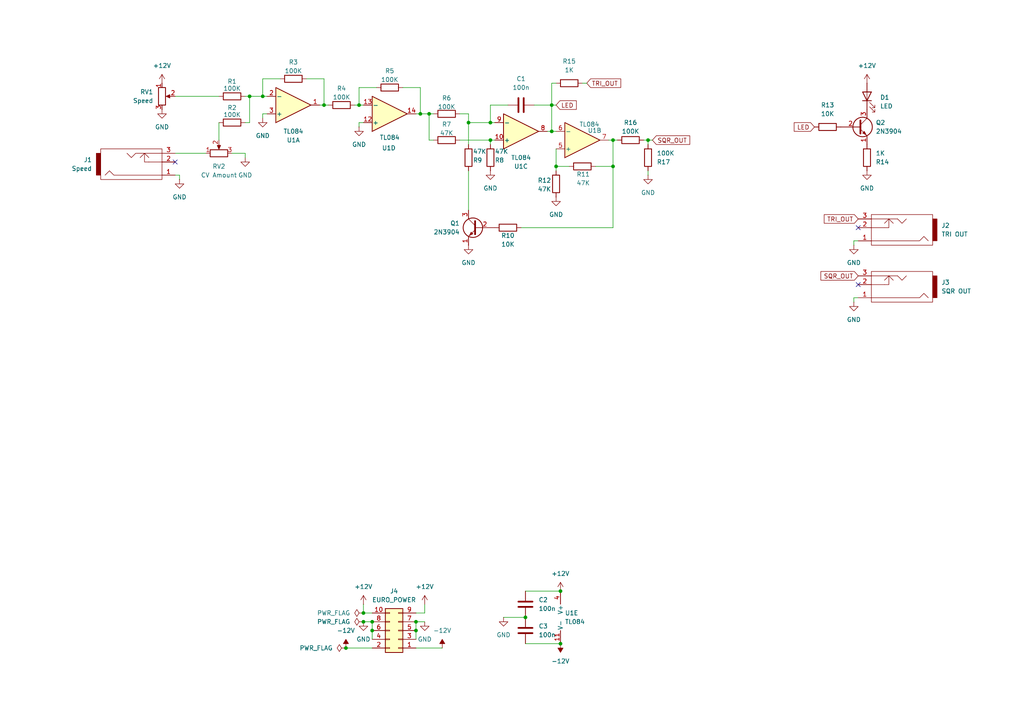
<source format=kicad_sch>
(kicad_sch (version 20231120) (generator "eeschema") (generator_version "8.0")
  (paper "A4")
  (lib_symbols
    (symbol "Amplifier_Operational:TL084" (pin_names (offset 0.127))
      (property "Reference" "U" (at 0 5.08 0))
      (property "Value" "TL084" (at 0 -5.08 0))
      (symbol "TL084_1_1"
        (polyline (pts (xy -5.08 5.08) (xy 5.08 0) (xy -5.08 -5.08) (xy -5.08 5.08)) (stroke (width 0.254)) (fill (type background)))
        (pin output line (at 7.62 0 180) (length 2.54) (name "~") (number "1"))
        (pin input line (at -7.62 -2.54 0) (length 2.54) (name "-") (number "2"))
        (pin input line (at -7.62 2.54 0) (length 2.54) (name "+") (number "3"))
      )
      (symbol "TL084_2_1"
        (polyline (pts (xy -5.08 5.08) (xy 5.08 0) (xy -5.08 -5.08) (xy -5.08 5.08)) (stroke (width 0.254)) (fill (type background)))
        (pin input line (at -7.62 2.54 0) (length 2.54) (name "+") (number "5"))
        (pin input line (at -7.62 -2.54 0) (length 2.54) (name "-") (number "6"))
        (pin output line (at 7.62 0 180) (length 2.54) (name "~") (number "7"))
      )
      (symbol "TL084_3_1"
        (polyline (pts (xy -5.08 5.08) (xy 5.08 0) (xy -5.08 -5.08) (xy -5.08 5.08)) (stroke (width 0.254)) (fill (type background)))
        (pin input line (at -7.62 2.54 0) (length 2.54) (name "+") (number "10"))
        (pin output line (at 7.62 0 180) (length 2.54) (name "~") (number "8"))
        (pin input line (at -7.62 -2.54 0) (length 2.54) (name "-") (number "9"))
      )
      (symbol "TL084_4_1"
        (polyline (pts (xy -5.08 5.08) (xy 5.08 0) (xy -5.08 -5.08) (xy -5.08 5.08)) (stroke (width 0.254)) (fill (type background)))
        (pin input line (at -7.62 2.54 0) (length 2.54) (name "+") (number "12"))
        (pin input line (at -7.62 -2.54 0) (length 2.54) (name "-") (number "13"))
        (pin output line (at 7.62 0 180) (length 2.54) (name "~") (number "14"))
      )
      (symbol "TL084_5_1"
        (pin power_in line (at -2.54 -7.62 90) (length 3.81) (name "V-") (number "11"))
        (pin power_in line (at -2.54 7.62 270) (length 3.81) (name "V+") (number "4"))
      )
    )
    (symbol "Connector_Generic:Conn_02x05_Odd_Even" (pin_names (offset 1.016) hide)
      (property "Reference" "J" (at 1.27 7.62 0))
      (property "Value" "Conn_02x05_Odd_Even" (at 1.27 -7.62 0))
      (symbol "Conn_02x05_Odd_Even_1_1"
        (rectangle (start -1.27 -4.953) (end 0 -5.207) (stroke (width 0.1524)))
        (rectangle (start -1.27 -2.413) (end 0 -2.667) (stroke (width 0.1524)))
        (rectangle (start -1.27 0.127) (end 0 -0.127) (stroke (width 0.1524)))
        (rectangle (start -1.27 2.667) (end 0 2.413) (stroke (width 0.1524)))
        (rectangle (start -1.27 5.207) (end 0 4.953) (stroke (width 0.1524)))
        (rectangle (start -1.27 6.35) (end 3.81 -6.35) (stroke (width 0.254)) (fill (type background)))
        (rectangle (start 3.81 -4.953) (end 2.54 -5.207) (stroke (width 0.1524)))
        (rectangle (start 3.81 -2.413) (end 2.54 -2.667) (stroke (width 0.1524)))
        (rectangle (start 3.81 0.127) (end 2.54 -0.127) (stroke (width 0.1524)))
        (rectangle (start 3.81 2.667) (end 2.54 2.413) (stroke (width 0.1524)))
        (rectangle (start 3.81 5.207) (end 2.54 4.953) (stroke (width 0.1524)))
        (pin passive line (at -5.08 5.08 0) (length 3.81) (name "Pin_1") (number "1"))
        (pin passive line (at 7.62 -5.08 180) (length 3.81) (name "Pin_10") (number "10"))
        (pin passive line (at 7.62 5.08 180) (length 3.81) (name "Pin_2") (number "2"))
        (pin passive line (at -5.08 2.54 0) (length 3.81) (name "Pin_3") (number "3"))
        (pin passive line (at 7.62 2.54 180) (length 3.81) (name "Pin_4") (number "4"))
        (pin passive line (at -5.08 0 0) (length 3.81) (name "Pin_5") (number "5"))
        (pin passive line (at 7.62 0 180) (length 3.81) (name "Pin_6") (number "6"))
        (pin passive line (at -5.08 -2.54 0) (length 3.81) (name "Pin_7") (number "7"))
        (pin passive line (at 7.62 -2.54 180) (length 3.81) (name "Pin_8") (number "8"))
        (pin passive line (at -5.08 -5.08 0) (length 3.81) (name "Pin_9") (number "9"))
      )
    )
    (symbol "Device:C" (pin_numbers hide) (pin_names (offset 0.254))
      (property "Reference" "C" (at 0.635 2.54 0))
      (property "Value" "C" (at 0.635 -2.54 0))
      (symbol "C_0_1"
        (polyline (pts (xy -2.032 -0.762) (xy 2.032 -0.762)) (stroke (width 0.508)))
        (polyline (pts (xy -2.032 0.762) (xy 2.032 0.762)) (stroke (width 0.508)))
      )
      (symbol "C_1_1"
        (pin passive line (at 0 3.81 270) (length 2.794) (name "~") (number "1"))
        (pin passive line (at 0 -3.81 90) (length 2.794) (name "~") (number "2"))
      )
    )
    (symbol "Device:LED" (pin_numbers hide) (pin_names (offset 1.016) hide)
      (property "Reference" "D" (at 0 2.54 0))
      (property "Value" "LED" (at 0 -2.54 0))
      (symbol "LED_0_1"
        (polyline (pts (xy -1.27 -1.27) (xy -1.27 1.27)) (stroke (width 0.254)))
        (polyline (pts (xy -1.27 0) (xy 1.27 0)))
        (polyline (pts (xy 1.27 -1.27) (xy 1.27 1.27) (xy -1.27 0) (xy 1.27 -1.27)) (stroke (width 0.254)))
        (polyline (pts (xy -3.048 -0.762) (xy -4.572 -2.286) (xy -3.81 -2.286) (xy -4.572 -2.286) (xy -4.572 -1.524)))
        (polyline (pts (xy -1.778 -0.762) (xy -3.302 -2.286) (xy -2.54 -2.286) (xy -3.302 -2.286) (xy -3.302 -1.524)))
      )
      (symbol "LED_1_1"
        (pin passive line (at -3.81 0 0) (length 2.54) (name "K") (number "1"))
        (pin passive line (at 3.81 0 180) (length 2.54) (name "A") (number "2"))
      )
    )
    (symbol "Device:R" (pin_numbers hide) (pin_names (offset 0))
      (property "Reference" "R" (at 2.032 0 90))
      (property "Value" "R" (at 0 0 90))
      (symbol "R_0_1"
        (rectangle (start -1.016 -2.54) (end 1.016 2.54) (stroke (width 0.254)))
      )
      (symbol "R_1_1"
        (pin passive line (at 0 3.81 270) (length 1.27) (name "~") (number "1"))
        (pin passive line (at 0 -3.81 90) (length 1.27) (name "~") (number "2"))
      )
    )
    (symbol "Device:R_Potentiometer" (pin_names (offset 1.016) hide)
      (property "Reference" "RV" (at -4.445 0 90))
      (property "Value" "R_Potentiometer" (at -2.54 0 90))
      (symbol "R_Potentiometer_0_1"
        (polyline (pts (xy 2.54 0) (xy 1.524 0)))
        (polyline (pts (xy 1.143 0) (xy 2.286 0.508) (xy 2.286 -0.508) (xy 1.143 0)) (fill (type outline)))
        (rectangle (start 1.016 2.54) (end -1.016 -2.54) (stroke (width 0.254)))
      )
      (symbol "R_Potentiometer_1_1"
        (pin passive line (at 0 3.81 270) (length 1.27) (name "1") (number "1"))
        (pin passive line (at 3.81 0 180) (length 1.27) (name "2") (number "2"))
        (pin passive line (at 0 -3.81 90) (length 1.27) (name "3") (number "3"))
      )
    )
    (symbol "Transistor_BJT:2N3904" (pin_names (offset 0) hide)
      (property "Reference" "Q" (at 5.08 1.905 0))
      (property "Value" "2N3904" (at 5.08 0 0))
      (symbol "2N3904_0_1"
        (polyline (pts (xy 0.635 0.635) (xy 2.54 2.54)))
        (polyline (pts (xy 0.635 -0.635) (xy 2.54 -2.54) (xy 2.54 -2.54)))
        (polyline (pts (xy 0.635 1.905) (xy 0.635 -1.905) (xy 0.635 -1.905)) (stroke (width 0.508)))
        (polyline (pts (xy 1.27 -1.778) (xy 1.778 -1.27) (xy 2.286 -2.286) (xy 1.27 -1.778) (xy 1.27 -1.778)) (fill (type outline)))
        (circle (center 1.27 0) (radius 2.8194) (stroke (width 0.254)))
      )
      (symbol "2N3904_1_1"
        (pin passive line (at 2.54 -5.08 90) (length 2.54) (name "E") (number "1"))
        (pin passive line (at -5.08 0 0) (length 5.715) (name "B") (number "2"))
        (pin passive line (at 2.54 5.08 270) (length 2.54) (name "C") (number "3"))
      )
    )
    (symbol "eurocad:PJ301M-12" (pin_names (offset 1.016))
      (property "Reference" "J" (at -8.89 -5.08 0))
      (property "Value" "PJ301M-12" (at -3.81 6.35 0))
      (symbol "PJ301M-12_0_1"
        (rectangle (start -11.43 3.81) (end -10.16 -2.54) (fill (type outline)))
        (polyline (pts (xy 3.81 0) (xy 7.62 0) (xy 7.62 0)))
        (polyline (pts (xy 0 -2.54) (xy -1.27 -1.27) (xy -2.54 -2.54) (xy -2.54 -2.54)))
        (polyline (pts (xy 0 -2.54) (xy 7.62 -2.54) (xy 7.62 -2.54) (xy 7.62 -2.54)))
        (polyline (pts (xy 1.27 -1.27) (xy 2.54 -2.54) (xy 3.81 -1.27) (xy 3.81 -1.27)))
        (polyline (pts (xy 3.81 0) (xy 2.54 0) (xy 2.54 -2.54) (xy 2.54 -2.54)))
        (polyline (pts (xy 7.62 3.81) (xy -6.35 3.81) (xy -7.62 2.54) (xy -8.89 3.81) (xy -8.89 3.81)))
        (rectangle (start 7.62 -3.81) (end -10.16 5.08))
      )
      (symbol "PJ301M-12_1_1"
        (pin passive line (at 11.43 3.81 180) (length 3.81) (name "~") (number "1"))
        (pin passive line (at 11.43 0 180) (length 3.81) (name "~") (number "2"))
        (pin passive line (at 11.43 -2.54 180) (length 3.81) (name "~") (number "3"))
      )
    )
    (symbol "power:+12V" (power) (pin_numbers hide) (pin_names (offset 0) hide)
      (property "Value" "+12V" (at 0 3.556 0))
      (symbol "+12V_0_1"
        (polyline (pts (xy -0.762 1.27) (xy 0 2.54)))
        (polyline (pts (xy 0 0) (xy 0 2.54)))
        (polyline (pts (xy 0 2.54) (xy 0.762 1.27)))
      )
      (symbol "+12V_1_1"
        (pin power_in line (at 0 0 90) (length 0) (name "~") (number "1"))
      )
    )
    (symbol "power:-12V" (power) (pin_numbers hide) (pin_names (offset 0) hide)
      (property "Value" "-12V" (at 0 3.556 0))
      (symbol "-12V_0_0"
        (pin power_in line (at 0 0 90) (length 0) (name "~") (number "1"))
      )
      (symbol "-12V_0_1"
        (polyline (pts (xy 0 0) (xy 0 1.27) (xy 0.762 1.27) (xy 0 2.54) (xy -0.762 1.27) (xy 0 1.27)) (fill (type outline)))
      )
    )
    (symbol "power:GND" (power) (pin_numbers hide) (pin_names (offset 0) hide)
      (property "Value" "GND" (at 0 -3.81 0))
      (symbol "GND_0_1"
        (polyline (pts (xy 0 0) (xy 0 -1.27) (xy 1.27 -1.27) (xy 0 -2.54) (xy -1.27 -1.27) (xy 0 -1.27)))
      )
      (symbol "GND_1_1"
        (pin power_in line (at 0 0 270) (length 0) (name "~") (number "1"))
      )
    )
    (symbol "power:PWR_FLAG" (power) (pin_numbers hide) (pin_names (offset 0) hide)
      (property "Value" "PWR_FLAG" (at 0 3.81 0))
      (symbol "PWR_FLAG_0_0"
        (pin power_out line (at 0 0 90) (length 0) (name "~") (number "1"))
      )
      (symbol "PWR_FLAG_0_1"
        (polyline (pts (xy 0 0) (xy 0 1.27) (xy -1.016 1.905) (xy 0 2.54) (xy 1.016 1.905) (xy 0 1.27)))
      )
    )
  )
  (junction (at 93.98 30.48))
  (junction (at 124.46 33.02))
  (junction (at 100.33 187.96))
  (junction (at 142.24 35.56))
  (junction (at 121.92 33.02))
  (junction (at 120.65 182.88))
  (junction (at 135.89 35.56))
  (junction (at 76.2 27.94))
  (junction (at 107.95 182.88))
  (junction (at 177.8 48.26))
  (junction (at 162.56 171.45))
  (junction (at 105.41 177.8))
  (junction (at 160.02 30.48))
  (junction (at 72.39 27.94))
  (junction (at 120.65 180.34))
  (junction (at 152.4 179.07))
  (junction (at 160.02 38.1))
  (junction (at 105.41 180.34))
  (junction (at 177.8 40.64))
  (junction (at 187.96 40.64))
  (junction (at 104.14 30.48))
  (junction (at 142.24 40.64))
  (junction (at 161.29 48.26))
  (junction (at 107.95 180.34))
  (junction (at 162.56 186.69))
  (no_connect (at 248.92 82.55))
  (no_connect (at 50.8 46.99))
  (no_connect (at 248.92 66.04))
  (wire (pts (xy 248.92 69.85) (xy 247.65 69.85)))
  (wire (pts (xy 52.07 50.8) (xy 52.07 52.07)))
  (wire (pts (xy 187.96 49.53) (xy 187.96 50.8)))
  (wire (pts (xy 177.8 66.04) (xy 177.8 48.26)))
  (wire (pts (xy 50.8 27.94) (xy 63.5 27.94)))
  (wire (pts (xy 247.65 69.85) (xy 247.65 71.12)))
  (wire (pts (xy 105.41 35.56) (xy 104.14 35.56)))
  (wire (pts (xy 187.96 40.64) (xy 189.23 40.64)))
  (wire (pts (xy 93.98 22.86) (xy 93.98 30.48)))
  (wire (pts (xy 160.02 30.48) (xy 161.29 30.48)))
  (wire (pts (xy 135.89 49.53) (xy 135.89 60.96)))
  (wire (pts (xy 152.4 186.69) (xy 162.56 186.69)))
  (wire (pts (xy 142.24 40.64) (xy 143.51 40.64)))
  (wire (pts (xy 107.95 177.8) (xy 105.41 177.8)))
  (wire (pts (xy 142.24 35.56) (xy 142.24 30.48)))
  (wire (pts (xy 76.2 27.94) (xy 76.2 22.86)))
  (wire (pts (xy 123.19 177.8) (xy 123.19 175.26)))
  (wire (pts (xy 120.65 182.88) (xy 120.65 180.34)))
  (wire (pts (xy 88.9 22.86) (xy 93.98 22.86)))
  (wire (pts (xy 124.46 33.02) (xy 125.73 33.02)))
  (wire (pts (xy 50.8 44.45) (xy 59.69 44.45)))
  (wire (pts (xy 187.96 40.64) (xy 187.96 41.91)))
  (wire (pts (xy 152.4 171.45) (xy 162.56 171.45)))
  (wire (pts (xy 104.14 25.4) (xy 109.22 25.4)))
  (wire (pts (xy 177.8 48.26) (xy 177.8 40.64)))
  (wire (pts (xy 160.02 24.13) (xy 161.29 24.13)))
  (wire (pts (xy 160.02 38.1) (xy 158.75 38.1)))
  (wire (pts (xy 71.12 27.94) (xy 72.39 27.94)))
  (wire (pts (xy 133.35 33.02) (xy 135.89 33.02)))
  (wire (pts (xy 172.72 48.26) (xy 177.8 48.26)))
  (wire (pts (xy 107.95 182.88) (xy 107.95 185.42)))
  (wire (pts (xy 121.92 25.4) (xy 121.92 33.02)))
  (wire (pts (xy 168.91 24.13) (xy 170.18 24.13)))
  (wire (pts (xy 142.24 40.64) (xy 142.24 41.91)))
  (wire (pts (xy 102.87 30.48) (xy 104.14 30.48)))
  (wire (pts (xy 135.89 35.56) (xy 142.24 35.56)))
  (wire (pts (xy 104.14 30.48) (xy 105.41 30.48)))
  (wire (pts (xy 93.98 30.48) (xy 92.71 30.48)))
  (wire (pts (xy 100.33 187.96) (xy 107.95 187.96)))
  (wire (pts (xy 177.8 40.64) (xy 176.53 40.64)))
  (wire (pts (xy 142.24 35.56) (xy 143.51 35.56)))
  (wire (pts (xy 248.92 86.36) (xy 247.65 86.36)))
  (wire (pts (xy 154.94 30.48) (xy 160.02 30.48)))
  (wire (pts (xy 76.2 22.86) (xy 81.28 22.86)))
  (wire (pts (xy 160.02 30.48) (xy 160.02 38.1)))
  (wire (pts (xy 105.41 177.8) (xy 105.41 175.26)))
  (wire (pts (xy 161.29 43.18) (xy 161.29 48.26)))
  (wire (pts (xy 77.47 33.02) (xy 76.2 33.02)))
  (wire (pts (xy 104.14 30.48) (xy 104.14 25.4)))
  (wire (pts (xy 120.65 180.34) (xy 123.19 180.34)))
  (wire (pts (xy 116.84 25.4) (xy 121.92 25.4)))
  (wire (pts (xy 120.65 177.8) (xy 123.19 177.8)))
  (wire (pts (xy 133.35 40.64) (xy 142.24 40.64)))
  (wire (pts (xy 135.89 35.56) (xy 135.89 41.91)))
  (wire (pts (xy 160.02 38.1) (xy 161.29 38.1)))
  (wire (pts (xy 151.13 66.04) (xy 177.8 66.04)))
  (wire (pts (xy 76.2 33.02) (xy 76.2 34.29)))
  (wire (pts (xy 161.29 48.26) (xy 165.1 48.26)))
  (wire (pts (xy 76.2 27.94) (xy 77.47 27.94)))
  (wire (pts (xy 107.95 180.34) (xy 107.95 182.88)))
  (wire (pts (xy 186.69 40.64) (xy 187.96 40.64)))
  (wire (pts (xy 67.31 44.45) (xy 71.12 44.45)))
  (wire (pts (xy 121.92 33.02) (xy 120.65 33.02)))
  (wire (pts (xy 247.65 86.36) (xy 247.65 87.63)))
  (wire (pts (xy 177.8 40.64) (xy 179.07 40.64)))
  (wire (pts (xy 120.65 185.42) (xy 120.65 182.88)))
  (wire (pts (xy 160.02 24.13) (xy 160.02 30.48)))
  (wire (pts (xy 161.29 48.26) (xy 161.29 49.53)))
  (wire (pts (xy 146.05 179.07) (xy 152.4 179.07)))
  (wire (pts (xy 135.89 33.02) (xy 135.89 35.56)))
  (wire (pts (xy 93.98 30.48) (xy 95.25 30.48)))
  (wire (pts (xy 71.12 44.45) (xy 71.12 45.72)))
  (wire (pts (xy 71.12 35.56) (xy 72.39 35.56)))
  (wire (pts (xy 104.14 35.56) (xy 104.14 36.83)))
  (wire (pts (xy 142.24 30.48) (xy 147.32 30.48)))
  (wire (pts (xy 50.8 50.8) (xy 52.07 50.8)))
  (wire (pts (xy 121.92 33.02) (xy 124.46 33.02)))
  (wire (pts (xy 63.5 35.56) (xy 63.5 40.64)))
  (wire (pts (xy 125.73 40.64) (xy 124.46 40.64)))
  (wire (pts (xy 124.46 40.64) (xy 124.46 33.02)))
  (wire (pts (xy 120.65 187.96) (xy 128.27 187.96)))
  (wire (pts (xy 105.41 180.34) (xy 107.95 180.34)))
  (wire (pts (xy 72.39 27.94) (xy 72.39 35.56)))
  (wire (pts (xy 72.39 27.94) (xy 76.2 27.94)))
  (global_label "LED" (shape input) (at 161.29 30.48 0) (property "Intersheetrefs" "${INTERSHEET_REFS}" (effects (hide yes))))
  (global_label "TRI_OUT" (shape input) (at 170.18 24.13 0) (property "Intersheetrefs" "${INTERSHEET_REFS}" (effects (hide yes))))
  (global_label "SQR_OUT" (shape input) (at 189.23 40.64 0) (property "Intersheetrefs" "${INTERSHEET_REFS}" (effects (hide yes))))
  (global_label "TRI_OUT" (shape input) (at 248.92 63.5 180) (property "Intersheetrefs" "${INTERSHEET_REFS}" (effects (hide yes))))
  (global_label "LED" (shape input) (at 236.22 36.83 180) (property "Intersheetrefs" "${INTERSHEET_REFS}" (effects (hide yes))))
  (global_label "SQR_OUT" (shape input) (at 248.92 80.01 180) (property "Intersheetrefs" "${INTERSHEET_REFS}" (effects (hide yes))))
  (symbol (lib_id "Device:R") (at 161.29 53.34 0) (mirror y) (unit 1)
    (property "Reference" "R12" (at 155.956 52.324 0) (effects (justify right)))
    (property "Value" "47K" (at 155.956 54.864 0) (effects (justify right)))
    (property "Footprint" "Resistor_THT:R_Axial_DIN0207_L6.3mm_D2.5mm_P2.54mm_Vertical" (effects (hide yes)))
    (property "Description" "Resistor" (effects (hide yes)))
  )
  (symbol (lib_id "Device:R") (at 85.09 22.86 270) (mirror x) (unit 1)
    (property "Reference" "R3" (at 85.09 18.034 90))
    (property "Value" "100K" (at 85.09 20.574 90))
    (property "Footprint" "Resistor_THT:R_Axial_DIN0207_L6.3mm_D2.5mm_P2.54mm_Vertical" (effects (hide yes)))
    (property "Description" "Resistor" (effects (hide yes)))
  )
  (symbol (lib_id "power:PWR_FLAG") (at 105.41 180.34 90) (unit 1)
    (property "Reference" "#FLG03" (effects (hide yes)))
    (property "Value" "PWR_FLAG" (at 101.6 180.3399 90) (effects (justify left)))
    (property "Description" "Special symbol for telling ERC where power comes from" (effects (hide yes)))
  )
  (symbol (lib_id "power:GND") (at 247.65 87.63 0) (unit 1)
    (property "Reference" "#PWR012" (effects (hide yes)))
    (property "Value" "GND" (at 247.65 92.71 0))
    (property "Description" "Power symbol creates a global label with name \"GND\" , ground" (effects (hide yes)))
  )
  (symbol (lib_id "power:PWR_FLAG") (at 100.33 187.96 90) (unit 1)
    (property "Reference" "#FLG02" (effects (hide yes)))
    (property "Value" "PWR_FLAG" (at 96.52 187.9599 90) (effects (justify left)))
    (property "Description" "Special symbol for telling ERC where power comes from" (effects (hide yes)))
  )
  (symbol (lib_id "power:+12V") (at 251.46 24.13 0) (unit 1)
    (property "Reference" "#PWR010" (effects (hide yes)))
    (property "Value" "+12V" (at 251.46 19.05 0))
    (property "Description" "Power symbol creates a global label with name \"+12V\"" (effects (hide yes)))
  )
  (symbol (lib_id "power:-12V") (at 162.56 186.69 180) (unit 1)
    (property "Reference" "#PWR023" (effects (hide yes)))
    (property "Value" "-12V" (at 162.56 191.77 0))
    (property "Description" "Power symbol creates a global label with name \"-12V\"" (effects (hide yes)))
  )
  (symbol (lib_id "Amplifier_Operational:TL084") (at 168.91 40.64 0) (mirror x) (unit 2)
    (property "Reference" "U1" (at 172.466 37.846 0))
    (property "Value" "TL084" (at 170.942 36.068 0))
    (property "Footprint" "Package_DIP:DIP-14_W7.62mm_Socket" (effects (hide yes)))
    (property "Datasheet" "http://www.ti.com/lit/ds/symlink/tl081.pdf" (effects (hide yes)))
    (property "Description" "Quad JFET-Input Operational Amplifiers, DIP-14/SOIC-14/SSOP-14" (effects (hide yes)))
  )
  (symbol (lib_id "Device:R") (at 113.03 25.4 270) (mirror x) (unit 1)
    (property "Reference" "R5" (at 113.03 20.574 90))
    (property "Value" "100K" (at 113.03 23.114 90))
    (property "Footprint" "Resistor_THT:R_Axial_DIN0207_L6.3mm_D2.5mm_P2.54mm_Vertical" (effects (hide yes)))
    (property "Description" "Resistor" (effects (hide yes)))
  )
  (symbol (lib_id "power:GND") (at 247.65 71.12 0) (unit 1)
    (property "Reference" "#PWR013" (effects (hide yes)))
    (property "Value" "GND" (at 247.65 76.2 0))
    (property "Description" "Power symbol creates a global label with name \"GND\" , ground" (effects (hide yes)))
  )
  (symbol (lib_id "Transistor_BJT:2N3904") (at 248.92 36.83 0) (unit 1)
    (property "Reference" "Q2" (at 254 35.5599 0) (effects (justify left)))
    (property "Value" "2N3904" (at 254 38.0999 0) (effects (justify left)))
    (property "Footprint" "Package_TO_SOT_THT:TO-92_Inline" (effects (hide yes)))
    (property "Datasheet" "https://www.onsemi.com/pub/Collateral/2N3903-D.PDF" (effects (hide yes)))
    (property "Description" "0.2A Ic, 40V Vce, Small Signal NPN Transistor, TO-92" (effects (hide yes)))
  )
  (symbol (lib_id "Device:R") (at 168.91 48.26 90) (mirror x) (unit 1)
    (property "Reference" "R11" (at 169.164 50.546 90))
    (property "Value" "47K" (at 169.164 53.086 90))
    (property "Footprint" "Resistor_THT:R_Axial_DIN0207_L6.3mm_D2.5mm_P2.54mm_Vertical" (effects (hide yes)))
    (property "Description" "Resistor" (effects (hide yes)))
  )
  (symbol (lib_id "Device:R_Potentiometer") (at 63.5 44.45 90) (unit 1)
    (property "Reference" "RV2" (at 63.5 48.26 90))
    (property "Value" "CV Amount" (at 63.5 50.8 90))
    (property "Footprint" "Potentiometer_THT:Potentiometer_Bourns_PTV09A-1_Single_Vertical" (effects (hide yes)))
    (property "Description" "Potentiometer" (effects (hide yes)))
  )
  (symbol (lib_id "eurocad:PJ301M-12") (at 260.35 82.55 180) (unit 1)
    (property "Reference" "J3" (at 273.05 81.9149 0) (effects (justify right)))
    (property "Value" "SQR OUT" (at 273.05 84.4549 0) (effects (justify right)))
    (property "Footprint" "Eurocad:PJ301M-12" (effects (hide yes)))
  )
  (symbol (lib_id "power:-12V") (at 128.27 187.96 0) (unit 1)
    (property "Reference" "#PWR020" (effects (hide yes)))
    (property "Value" "-12V" (at 128.27 182.88 0))
    (property "Description" "Power symbol creates a global label with name \"-12V\"" (effects (hide yes)))
  )
  (symbol (lib_id "Device:R") (at 165.1 24.13 90) (unit 1)
    (property "Reference" "R15" (at 165.1 17.78 90))
    (property "Value" "1K" (at 165.1 20.32 90))
    (property "Footprint" "Resistor_THT:R_Axial_DIN0207_L6.3mm_D2.5mm_P2.54mm_Vertical" (effects (hide yes)))
    (property "Description" "Resistor" (effects (hide yes)))
  )
  (symbol (lib_id "Device:R_Potentiometer") (at 46.99 27.94 0) (unit 1)
    (property "Reference" "RV1" (at 44.45 26.6699 0) (effects (justify right)))
    (property "Value" "Speed" (at 44.45 29.2099 0) (effects (justify right)))
    (property "Footprint" "Potentiometer_THT:Potentiometer_Bourns_PTV09A-1_Single_Vertical" (effects (hide yes)))
    (property "Description" "Potentiometer" (effects (hide yes)))
  )
  (symbol (lib_id "Device:R") (at 251.46 45.72 0) (mirror x) (unit 1)
    (property "Reference" "R14" (at 254 46.9901 0) (effects (justify left)))
    (property "Value" "1K" (at 254 44.4501 0) (effects (justify left)))
    (property "Footprint" "Resistor_THT:R_Axial_DIN0207_L6.3mm_D2.5mm_P2.54mm_Vertical" (effects (hide yes)))
    (property "Description" "Resistor" (effects (hide yes)))
  )
  (symbol (lib_id "power:GND") (at 76.2 34.29 0) (unit 1)
    (property "Reference" "#PWR05" (effects (hide yes)))
    (property "Value" "GND" (at 76.2 39.37 0))
    (property "Description" "Power symbol creates a global label with name \"GND\" , ground" (effects (hide yes)))
  )
  (symbol (lib_id "power:+12V") (at 105.41 175.26 0) (unit 1)
    (property "Reference" "#PWR015" (effects (hide yes)))
    (property "Value" "+12V" (at 105.41 170.18 0))
    (property "Description" "Power symbol creates a global label with name \"+12V\"" (effects (hide yes)))
  )
  (symbol (lib_id "Device:C") (at 152.4 182.88 0) (unit 1)
    (property "Reference" "C3" (at 156.21 181.6099 0) (effects (justify left)))
    (property "Value" "100n" (at 156.21 184.1499 0) (effects (justify left)))
    (property "Footprint" "Capacitor_THT:C_Disc_D4.7mm_W2.5mm_P5.00mm" (effects (hide yes)))
    (property "Description" "Unpolarized capacitor" (effects (hide yes)))
  )
  (symbol (lib_id "Amplifier_Operational:TL084") (at 85.09 30.48 0) (mirror x) (unit 1)
    (property "Reference" "U1" (at 85.09 40.64 0))
    (property "Value" "TL084" (at 85.09 38.1 0))
    (property "Footprint" "Package_DIP:DIP-14_W7.62mm_Socket" (effects (hide yes)))
    (property "Datasheet" "http://www.ti.com/lit/ds/symlink/tl081.pdf" (effects (hide yes)))
    (property "Description" "Quad JFET-Input Operational Amplifiers, DIP-14/SOIC-14/SSOP-14" (effects (hide yes)))
  )
  (symbol (lib_id "power:+12V") (at 46.99 24.13 0) (unit 1)
    (property "Reference" "#PWR03" (effects (hide yes)))
    (property "Value" "+12V" (at 46.99 19.05 0))
    (property "Description" "Power symbol creates a global label with name \"+12V\"" (effects (hide yes)))
  )
  (symbol (lib_id "Amplifier_Operational:TL084") (at 151.13 38.1 0) (mirror x) (unit 3)
    (property "Reference" "U1" (at 151.13 48.26 0))
    (property "Value" "TL084" (at 151.13 45.72 0))
    (property "Footprint" "Package_DIP:DIP-14_W7.62mm_Socket" (effects (hide yes)))
    (property "Datasheet" "http://www.ti.com/lit/ds/symlink/tl081.pdf" (effects (hide yes)))
    (property "Description" "Quad JFET-Input Operational Amplifiers, DIP-14/SOIC-14/SSOP-14" (effects (hide yes)))
  )
  (symbol (lib_id "eurocad:PJ301M-12") (at 260.35 66.04 180) (unit 1)
    (property "Reference" "J2" (at 273.05 65.4049 0) (effects (justify right)))
    (property "Value" "TRI OUT" (at 273.05 67.9449 0) (effects (justify right)))
    (property "Footprint" "Eurocad:PJ301M-12" (effects (hide yes)))
  )
  (symbol (lib_id "Device:C") (at 151.13 30.48 90) (unit 1)
    (property "Reference" "C1" (at 151.13 22.86 90))
    (property "Value" "100n" (at 151.13 25.4 90))
    (property "Footprint" "Capacitor_THT:C_Disc_D4.7mm_W2.5mm_P5.00mm" (effects (hide yes)))
    (property "Description" "Unpolarized capacitor" (effects (hide yes)))
  )
  (symbol (lib_id "power:GND") (at 105.41 180.34 0) (unit 1)
    (property "Reference" "#PWR017" (effects (hide yes)))
    (property "Value" "GND" (at 105.41 185.42 0))
    (property "Description" "Power symbol creates a global label with name \"GND\" , ground" (effects (hide yes)))
  )
  (symbol (lib_id "power:GND") (at 52.07 52.07 0) (unit 1)
    (property "Reference" "#PWR01" (effects (hide yes)))
    (property "Value" "GND" (at 52.07 57.15 0))
    (property "Description" "Power symbol creates a global label with name \"GND\" , ground" (effects (hide yes)))
  )
  (symbol (lib_id "power:GND") (at 142.24 49.53 0) (unit 1)
    (property "Reference" "#PWR07" (effects (hide yes)))
    (property "Value" "GND" (at 142.24 54.61 0))
    (property "Description" "Power symbol creates a global label with name \"GND\" , ground" (effects (hide yes)))
  )
  (symbol (lib_id "power:PWR_FLAG") (at 105.41 177.8 90) (unit 1)
    (property "Reference" "#FLG01" (effects (hide yes)))
    (property "Value" "PWR_FLAG" (at 101.6 177.7999 90) (effects (justify left)))
    (property "Description" "Special symbol for telling ERC where power comes from" (effects (hide yes)))
  )
  (symbol (lib_id "Device:R") (at 129.54 40.64 90) (unit 1)
    (property "Reference" "R7" (at 129.54 36.068 90))
    (property "Value" "47K" (at 129.54 38.608 90))
    (property "Footprint" "Resistor_THT:R_Axial_DIN0207_L6.3mm_D2.5mm_P2.54mm_Vertical" (effects (hide yes)))
    (property "Description" "Resistor" (effects (hide yes)))
  )
  (symbol (lib_id "Device:R") (at 129.54 33.02 90) (unit 1)
    (property "Reference" "R6" (at 129.54 28.448 90))
    (property "Value" "100K" (at 129.54 30.988 90))
    (property "Footprint" "Resistor_THT:R_Axial_DIN0207_L6.3mm_D2.5mm_P2.54mm_Vertical" (effects (hide yes)))
    (property "Description" "Resistor" (effects (hide yes)))
  )
  (symbol (lib_id "Device:C") (at 152.4 175.26 0) (unit 1)
    (property "Reference" "C2" (at 156.21 173.9899 0) (effects (justify left)))
    (property "Value" "100n" (at 156.21 176.5299 0) (effects (justify left)))
    (property "Footprint" "Capacitor_THT:C_Disc_D4.7mm_W2.5mm_P5.00mm" (effects (hide yes)))
    (property "Description" "Unpolarized capacitor" (effects (hide yes)))
  )
  (symbol (lib_id "Transistor_BJT:2N3904") (at 138.43 66.04 0) (mirror y) (unit 1)
    (property "Reference" "Q1" (at 133.35 64.7699 0) (effects (justify left)))
    (property "Value" "2N3904" (at 133.35 67.3099 0) (effects (justify left)))
    (property "Footprint" "Package_TO_SOT_THT:TO-92_Inline" (effects (hide yes)))
    (property "Datasheet" "https://www.onsemi.com/pub/Collateral/2N3903-D.PDF" (effects (hide yes)))
    (property "Description" "0.2A Ic, 40V Vce, Small Signal NPN Transistor, TO-92" (effects (hide yes)))
  )
  (symbol (lib_id "Device:R") (at 187.96 45.72 0) (mirror x) (unit 1)
    (property "Reference" "R17" (at 190.5 46.9901 0) (effects (justify left)))
    (property "Value" "100K" (at 190.5 44.4501 0) (effects (justify left)))
    (property "Footprint" "Resistor_THT:R_Axial_DIN0207_L6.3mm_D2.5mm_P2.54mm_Vertical" (effects (hide yes)))
    (property "Description" "Resistor" (effects (hide yes)))
  )
  (symbol (lib_id "Amplifier_Operational:TL084") (at 113.03 33.02 0) (mirror x) (unit 4)
    (property "Reference" "U1" (at 112.776 42.926 0))
    (property "Value" "TL084" (at 113.03 39.878 0))
    (property "Footprint" "Package_DIP:DIP-14_W7.62mm_Socket" (effects (hide yes)))
    (property "Datasheet" "http://www.ti.com/lit/ds/symlink/tl081.pdf" (effects (hide yes)))
    (property "Description" "Quad JFET-Input Operational Amplifiers, DIP-14/SOIC-14/SSOP-14" (effects (hide yes)))
  )
  (symbol (lib_id "Device:LED") (at 251.46 27.94 90) (unit 1)
    (property "Reference" "D1" (at 255.27 28.2574 90) (effects (justify right)))
    (property "Value" "LED" (at 255.27 30.7974 90) (effects (justify right)))
    (property "Footprint" "LED_THT:LED_D5.0mm" (effects (hide yes)))
    (property "Description" "Light emitting diode" (effects (hide yes)))
  )
  (symbol (lib_id "Device:R") (at 99.06 30.48 270) (mirror x) (unit 1)
    (property "Reference" "R4" (at 99.06 25.654 90))
    (property "Value" "100K" (at 99.06 28.194 90))
    (property "Footprint" "Resistor_THT:R_Axial_DIN0207_L6.3mm_D2.5mm_P2.54mm_Vertical" (effects (hide yes)))
    (property "Description" "Resistor" (effects (hide yes)))
  )
  (symbol (lib_id "power:GND") (at 104.14 36.83 0) (unit 1)
    (property "Reference" "#PWR06" (effects (hide yes)))
    (property "Value" "GND" (at 104.14 41.91 0))
    (property "Description" "Power symbol creates a global label with name \"GND\" , ground" (effects (hide yes)))
  )
  (symbol (lib_id "Device:R") (at 147.32 66.04 270) (unit 1)
    (property "Reference" "R10" (at 147.32 68.326 90))
    (property "Value" "10K" (at 147.32 70.866 90))
    (property "Footprint" "Resistor_THT:R_Axial_DIN0207_L6.3mm_D2.5mm_P2.54mm_Vertical" (effects (hide yes)))
    (property "Description" "Resistor" (effects (hide yes)))
  )
  (symbol (lib_id "power:+12V") (at 123.19 175.26 0) (unit 1)
    (property "Reference" "#PWR016" (effects (hide yes)))
    (property "Value" "+12V" (at 123.19 170.18 0))
    (property "Description" "Power symbol creates a global label with name \"+12V\"" (effects (hide yes)))
  )
  (symbol (lib_id "Amplifier_Operational:TL084") (at 165.1 179.07 0) (unit 5)
    (property "Reference" "U1" (at 163.83 177.7999 0) (effects (justify left)))
    (property "Value" "TL084" (at 163.83 180.3399 0) (effects (justify left)))
    (property "Footprint" "Package_DIP:DIP-14_W7.62mm_Socket" (effects (hide yes)))
    (property "Datasheet" "http://www.ti.com/lit/ds/symlink/tl081.pdf" (effects (hide yes)))
    (property "Description" "Quad JFET-Input Operational Amplifiers, DIP-14/SOIC-14/SSOP-14" (effects (hide yes)))
  )
  (symbol (lib_id "Device:R") (at 182.88 40.64 90) (unit 1)
    (property "Reference" "R16" (at 182.88 35.56 90))
    (property "Value" "100K" (at 182.88 38.1 90))
    (property "Footprint" "Resistor_THT:R_Axial_DIN0207_L6.3mm_D2.5mm_P2.54mm_Vertical" (effects (hide yes)))
    (property "Description" "Resistor" (effects (hide yes)))
  )
  (symbol (lib_id "eurocad:PJ301M-12") (at 39.37 46.99 0) (mirror x) (unit 1)
    (property "Reference" "J1" (at 26.67 46.3549 0) (effects (justify right)))
    (property "Value" "Speed" (at 26.67 48.8949 0) (effects (justify right)))
    (property "Footprint" "Eurocad:PJ301M-12" (effects (hide yes)))
  )
  (symbol (lib_id "power:GND") (at 161.29 57.15 0) (unit 1)
    (property "Reference" "#PWR09" (effects (hide yes)))
    (property "Value" "GND" (at 161.29 62.23 0))
    (property "Description" "Power symbol creates a global label with name \"GND\" , ground" (effects (hide yes)))
  )
  (symbol (lib_id "power:-12V") (at 100.33 187.96 0) (unit 1)
    (property "Reference" "#PWR019" (effects (hide yes)))
    (property "Value" "-12V" (at 100.33 182.88 0))
    (property "Description" "Power symbol creates a global label with name \"-12V\"" (effects (hide yes)))
  )
  (symbol (lib_id "power:GND") (at 146.05 179.07 0) (unit 1)
    (property "Reference" "#PWR021" (effects (hide yes)))
    (property "Value" "GND" (at 146.05 184.15 0))
    (property "Description" "Power symbol creates a global label with name \"GND\" , ground" (effects (hide yes)))
  )
  (symbol (lib_id "Device:R") (at 67.31 27.94 270) (mirror x) (unit 1)
    (property "Reference" "R1" (at 67.31 23.622 90))
    (property "Value" "100K" (at 67.31 25.654 90))
    (property "Footprint" "Resistor_THT:R_Axial_DIN0207_L6.3mm_D2.5mm_P2.54mm_Vertical" (effects (hide yes)))
    (property "Description" "Resistor" (effects (hide yes)))
  )
  (symbol (lib_id "Device:R") (at 240.03 36.83 90) (unit 1)
    (property "Reference" "R13" (at 240.03 30.48 90))
    (property "Value" "10K" (at 240.03 33.02 90))
    (property "Footprint" "Resistor_THT:R_Axial_DIN0207_L6.3mm_D2.5mm_P2.54mm_Vertical" (effects (hide yes)))
    (property "Description" "Resistor" (effects (hide yes)))
  )
  (symbol (lib_id "power:GND") (at 71.12 45.72 0) (unit 1)
    (property "Reference" "#PWR04" (effects (hide yes)))
    (property "Value" "GND" (at 71.12 50.8 0))
    (property "Description" "Power symbol creates a global label with name \"GND\" , ground" (effects (hide yes)))
  )
  (symbol (lib_id "power:GND") (at 123.19 180.34 0) (unit 1)
    (property "Reference" "#PWR018" (effects (hide yes)))
    (property "Value" "GND" (at 123.19 185.42 0))
    (property "Description" "Power symbol creates a global label with name \"GND\" , ground" (effects (hide yes)))
  )
  (symbol (lib_id "Device:R") (at 135.89 45.72 0) (mirror y) (unit 1)
    (property "Reference" "R9" (at 137.16 46.482 0) (effects (justify right)))
    (property "Value" "47K" (at 137.16 43.942 0) (effects (justify right)))
    (property "Footprint" "Resistor_THT:R_Axial_DIN0207_L6.3mm_D2.5mm_P2.54mm_Vertical" (effects (hide yes)))
    (property "Description" "Resistor" (effects (hide yes)))
  )
  (symbol (lib_id "Connector_Generic:Conn_02x05_Odd_Even") (at 115.57 182.88 180) (unit 1)
    (property "Reference" "J4" (at 114.3 171.45 0))
    (property "Value" "EURO_POWER" (at 114.3 173.99 0))
    (property "Footprint" "Connector_PinHeader_2.54mm:PinHeader_2x05_P2.54mm_Vertical" (effects (hide yes)))
    (property "Description" "Generic connector, double row, 02x05, odd/even pin numbering scheme (row 1 odd numbers, row 2 even numbers), script generated (kicad-library-utils/schlib/autogen/connector/)" (effects (hide yes)))
  )
  (symbol (lib_id "Device:R") (at 67.31 35.56 270) (mirror x) (unit 1)
    (property "Reference" "R2" (at 67.31 31.242 90))
    (property "Value" "100K" (at 67.31 33.274 90))
    (property "Footprint" "Resistor_THT:R_Axial_DIN0207_L6.3mm_D2.5mm_P2.54mm_Vertical" (effects (hide yes)))
    (property "Description" "Resistor" (effects (hide yes)))
  )
  (symbol (lib_id "power:GND") (at 135.89 71.12 0) (unit 1)
    (property "Reference" "#PWR08" (effects (hide yes)))
    (property "Value" "GND" (at 135.89 76.2 0))
    (property "Description" "Power symbol creates a global label with name \"GND\" , ground" (effects (hide yes)))
  )
  (symbol (lib_id "power:GND") (at 46.99 31.75 0) (unit 1)
    (property "Reference" "#PWR02" (effects (hide yes)))
    (property "Value" "GND" (at 46.99 36.83 0))
    (property "Description" "Power symbol creates a global label with name \"GND\" , ground" (effects (hide yes)))
  )
  (symbol (lib_id "power:GND") (at 251.46 49.53 0) (unit 1)
    (property "Reference" "#PWR011" (effects (hide yes)))
    (property "Value" "GND" (at 251.46 54.61 0))
    (property "Description" "Power symbol creates a global label with name \"GND\" , ground" (effects (hide yes)))
  )
  (symbol (lib_id "Device:R") (at 142.24 45.72 0) (mirror y) (unit 1)
    (property "Reference" "R8" (at 143.51 46.482 0) (effects (justify right)))
    (property "Value" "47K" (at 143.51 43.942 0) (effects (justify right)))
    (property "Footprint" "Resistor_THT:R_Axial_DIN0207_L6.3mm_D2.5mm_P2.54mm_Vertical" (effects (hide yes)))
    (property "Description" "Resistor" (effects (hide yes)))
  )
  (symbol (lib_id "power:GND") (at 187.96 50.8 0) (unit 1)
    (property "Reference" "#PWR014" (effects (hide yes)))
    (property "Value" "GND" (at 187.96 55.88 0))
    (property "Description" "Power symbol creates a global label with name \"GND\" , ground" (effects (hide yes)))
  )
  (symbol (lib_id "power:+12V") (at 162.56 171.45 0) (unit 1)
    (property "Reference" "#PWR022" (effects (hide yes)))
    (property "Value" "+12V" (at 162.56 166.37 0))
    (property "Description" "Power symbol creates a global label with name \"+12V\"" (effects (hide yes)))
  )
)
</source>
